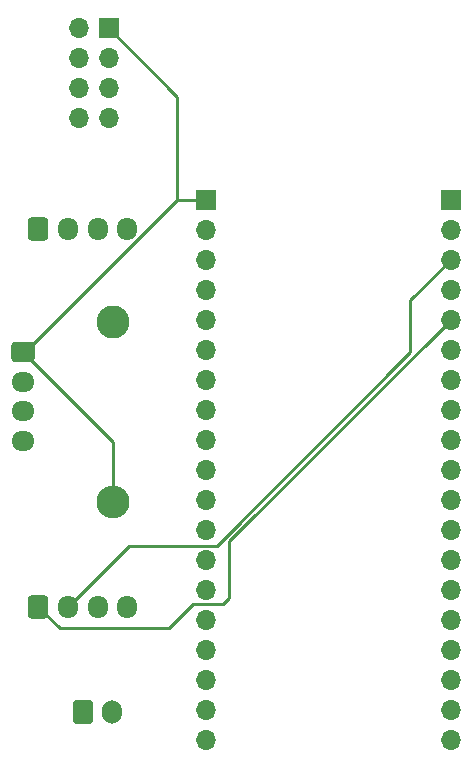
<source format=gbr>
%TF.GenerationSoftware,KiCad,Pcbnew,(6.0.2)*%
%TF.CreationDate,2022-03-02T22:32:20-08:00*%
%TF.ProjectId,node,6e6f6465-2e6b-4696-9361-645f70636258,rev?*%
%TF.SameCoordinates,Original*%
%TF.FileFunction,Copper,L1,Top*%
%TF.FilePolarity,Positive*%
%FSLAX46Y46*%
G04 Gerber Fmt 4.6, Leading zero omitted, Abs format (unit mm)*
G04 Created by KiCad (PCBNEW (6.0.2)) date 2022-03-02 22:32:20*
%MOMM*%
%LPD*%
G01*
G04 APERTURE LIST*
G04 Aperture macros list*
%AMRoundRect*
0 Rectangle with rounded corners*
0 $1 Rounding radius*
0 $2 $3 $4 $5 $6 $7 $8 $9 X,Y pos of 4 corners*
0 Add a 4 corners polygon primitive as box body*
4,1,4,$2,$3,$4,$5,$6,$7,$8,$9,$2,$3,0*
0 Add four circle primitives for the rounded corners*
1,1,$1+$1,$2,$3*
1,1,$1+$1,$4,$5*
1,1,$1+$1,$6,$7*
1,1,$1+$1,$8,$9*
0 Add four rect primitives between the rounded corners*
20,1,$1+$1,$2,$3,$4,$5,0*
20,1,$1+$1,$4,$5,$6,$7,0*
20,1,$1+$1,$6,$7,$8,$9,0*
20,1,$1+$1,$8,$9,$2,$3,0*%
G04 Aperture macros list end*
%TA.AperFunction,ComponentPad*%
%ADD10O,1.700000X1.700000*%
%TD*%
%TA.AperFunction,ComponentPad*%
%ADD11R,1.700000X1.700000*%
%TD*%
%TA.AperFunction,ComponentPad*%
%ADD12RoundRect,0.250000X-0.600000X-0.725000X0.600000X-0.725000X0.600000X0.725000X-0.600000X0.725000X0*%
%TD*%
%TA.AperFunction,ComponentPad*%
%ADD13O,1.700000X1.950000*%
%TD*%
%TA.AperFunction,ComponentPad*%
%ADD14C,2.800000*%
%TD*%
%TA.AperFunction,ComponentPad*%
%ADD15O,2.800000X2.800000*%
%TD*%
%TA.AperFunction,ComponentPad*%
%ADD16O,1.700000X2.000000*%
%TD*%
%TA.AperFunction,ComponentPad*%
%ADD17RoundRect,0.250000X-0.600000X-0.750000X0.600000X-0.750000X0.600000X0.750000X-0.600000X0.750000X0*%
%TD*%
%TA.AperFunction,ComponentPad*%
%ADD18RoundRect,0.250000X-0.725000X0.600000X-0.725000X-0.600000X0.725000X-0.600000X0.725000X0.600000X0*%
%TD*%
%TA.AperFunction,ComponentPad*%
%ADD19O,1.950000X1.700000*%
%TD*%
%TA.AperFunction,Conductor*%
%ADD20C,0.250000*%
%TD*%
G04 APERTURE END LIST*
D10*
%TO.P,J6,2,Pin_8*%
%TO.N,Net-(J8-Pad7)*%
X52290000Y-46230000D03*
%TO.P,J6,1,Pin_7*%
%TO.N,unconnected-(J6-Pad1)*%
X54830000Y-46230000D03*
%TO.P,J6,4,Pin_6*%
%TO.N,Net-(J8-Pad8)*%
X52290000Y-43690000D03*
%TO.P,J6,3,Pin_5*%
%TO.N,Net-(J8-Pad2)*%
X54830000Y-43690000D03*
%TO.P,J6,6,Pin_4*%
%TO.N,Net-(J5-Pad8)*%
X52290000Y-41150000D03*
%TO.P,J6,5,Pin_3*%
%TO.N,Net-(J5-Pad9)*%
X54830000Y-41150000D03*
%TO.P,J6,8,Pin_2*%
%TO.N,GND*%
X52290000Y-38610000D03*
D11*
%TO.P,J6,7,Pin_1*%
%TO.N,/3.3V*%
X54830000Y-38610000D03*
%TD*%
D12*
%TO.P,J1,1,Pin_1*%
%TO.N,GND*%
X48874583Y-55587500D03*
D13*
%TO.P,J1,2,Pin_2*%
%TO.N,Net-(J1-Pad2)*%
X51374583Y-55587500D03*
%TO.P,J1,3,Pin_3*%
%TO.N,GND*%
X53874583Y-55587500D03*
%TO.P,J1,4,Pin_4*%
%TO.N,Net-(J1-Pad4)*%
X56374583Y-55587500D03*
%TD*%
D14*
%TO.P,R1,1*%
%TO.N,Net-(J2-Pad3)*%
X55164583Y-63507500D03*
D15*
%TO.P,R1,2*%
%TO.N,/3.3V*%
X55164583Y-78747500D03*
%TD*%
D11*
%TO.P,J8,1,Pin_1*%
%TO.N,unconnected-(J8-Pad1)*%
X83765418Y-53127500D03*
D10*
%TO.P,J8,2,Pin_2*%
%TO.N,Net-(J8-Pad2)*%
X83765418Y-55667500D03*
%TO.P,J8,3,Pin_3*%
%TO.N,Net-(J3-Pad2)*%
X83765418Y-58207500D03*
%TO.P,J8,4,Pin_4*%
%TO.N,unconnected-(J8-Pad4)*%
X83765418Y-60747500D03*
%TO.P,J8,5,Pin_5*%
%TO.N,Net-(J3-Pad1)*%
X83765418Y-63287500D03*
%TO.P,J8,6,Pin_6*%
%TO.N,unconnected-(J8-Pad6)*%
X83765418Y-65827500D03*
%TO.P,J8,7,Pin_7*%
%TO.N,Net-(J8-Pad7)*%
X83765418Y-68367500D03*
%TO.P,J8,8,Pin_8*%
%TO.N,Net-(J8-Pad8)*%
X83765418Y-70907500D03*
%TO.P,J8,9,Pin_9*%
%TO.N,unconnected-(J8-Pad9)*%
X83765418Y-73447500D03*
%TO.P,J8,10,Pin_10*%
%TO.N,unconnected-(J8-Pad10)*%
X83765418Y-75987500D03*
%TO.P,J8,11,Pin_11*%
%TO.N,unconnected-(J8-Pad11)*%
X83765418Y-78527500D03*
%TO.P,J8,12,Pin_12*%
%TO.N,unconnected-(J8-Pad12)*%
X83765418Y-81067500D03*
%TO.P,J8,13,Pin_13*%
%TO.N,unconnected-(J8-Pad13)*%
X83765418Y-83607500D03*
%TO.P,J8,14,Pin_14*%
%TO.N,unconnected-(J8-Pad14)*%
X83765418Y-86147500D03*
%TO.P,J8,15,Pin_15*%
%TO.N,unconnected-(J8-Pad15)*%
X83765418Y-88687500D03*
%TO.P,J8,16,Pin_16*%
%TO.N,unconnected-(J8-Pad16)*%
X83765418Y-91227500D03*
%TO.P,J8,17,Pin_17*%
%TO.N,unconnected-(J8-Pad17)*%
X83765418Y-93767500D03*
%TO.P,J8,18,Pin_18*%
%TO.N,unconnected-(J8-Pad18)*%
X83765418Y-96307500D03*
%TO.P,J8,19,Pin_19*%
%TO.N,unconnected-(J8-Pad19)*%
X83765418Y-98847500D03*
%TD*%
D11*
%TO.P,J5,1,Pin_1*%
%TO.N,/3.3V*%
X63085418Y-53127500D03*
D10*
%TO.P,J5,2,Pin_2*%
%TO.N,unconnected-(J5-Pad2)*%
X63085418Y-55667500D03*
%TO.P,J5,3,Pin_3*%
%TO.N,Net-(J1-Pad2)*%
X63085418Y-58207500D03*
%TO.P,J5,4,Pin_4*%
%TO.N,unconnected-(J5-Pad4)*%
X63085418Y-60747500D03*
%TO.P,J5,5,Pin_5*%
%TO.N,Net-(J1-Pad4)*%
X63085418Y-63287500D03*
%TO.P,J5,6,Pin_6*%
%TO.N,unconnected-(J5-Pad6)*%
X63085418Y-65827500D03*
%TO.P,J5,7,Pin_7*%
%TO.N,Net-(J2-Pad3)*%
X63085418Y-68367500D03*
%TO.P,J5,8,Pin_8*%
%TO.N,Net-(J5-Pad8)*%
X63085418Y-70907500D03*
%TO.P,J5,9,Pin_9*%
%TO.N,Net-(J5-Pad9)*%
X63085418Y-73447500D03*
%TO.P,J5,10,Pin_10*%
%TO.N,unconnected-(J5-Pad10)*%
X63085418Y-75987500D03*
%TO.P,J5,11,Pin_11*%
%TO.N,unconnected-(J5-Pad11)*%
X63085418Y-78527500D03*
%TO.P,J5,12,Pin_12*%
%TO.N,unconnected-(J5-Pad12)*%
X63085418Y-81067500D03*
%TO.P,J5,13,Pin_13*%
%TO.N,unconnected-(J5-Pad13)*%
X63085418Y-83607500D03*
%TO.P,J5,14,Pin_14*%
%TO.N,GND*%
X63085418Y-86147500D03*
%TO.P,J5,15,Pin_15*%
%TO.N,unconnected-(J5-Pad15)*%
X63085418Y-88687500D03*
%TO.P,J5,16,Pin_16*%
%TO.N,unconnected-(J5-Pad16)*%
X63085418Y-91227500D03*
%TO.P,J5,17,Pin_17*%
%TO.N,unconnected-(J5-Pad17)*%
X63085418Y-93767500D03*
%TO.P,J5,18,Pin_18*%
%TO.N,unconnected-(J5-Pad18)*%
X63085418Y-96307500D03*
%TO.P,J5,19,Pin_19*%
%TO.N,Net-(J4-Pad1)*%
X63085418Y-98847500D03*
%TD*%
D16*
%TO.P,J4,2,Pin_2*%
%TO.N,GND*%
X55124583Y-96527500D03*
D17*
%TO.P,J4,1,Pin_1*%
%TO.N,Net-(J4-Pad1)*%
X52624583Y-96527500D03*
%TD*%
D12*
%TO.P,J3,1,Pin_1*%
%TO.N,Net-(J3-Pad1)*%
X48874583Y-87577500D03*
D13*
%TO.P,J3,2,Pin_2*%
%TO.N,Net-(J3-Pad2)*%
X51374583Y-87577500D03*
%TO.P,J3,3,Pin_3*%
%TO.N,GND*%
X53874583Y-87577500D03*
%TO.P,J3,4,Pin_4*%
%TO.N,/3.3V*%
X56374583Y-87577500D03*
%TD*%
D18*
%TO.P,J2,1,Pin_1*%
%TO.N,/3.3V*%
X47544583Y-66047500D03*
D19*
%TO.P,J2,2,Pin_2*%
%TO.N,GND*%
X47544583Y-68547500D03*
%TO.P,J2,3,Pin_3*%
%TO.N,Net-(J2-Pad3)*%
X47544583Y-71047500D03*
%TO.P,J2,4,Pin_4*%
%TO.N,unconnected-(J2-Pad4)*%
X47544583Y-73547500D03*
%TD*%
D20*
%TO.N,/3.3V*%
X60632500Y-44412500D02*
X54830000Y-38610000D01*
X60632500Y-53127500D02*
X60632500Y-44412500D01*
X63085418Y-53127500D02*
X60632500Y-53127500D01*
X47712500Y-66047500D02*
X60632500Y-53127500D01*
X47544583Y-66047500D02*
X47712500Y-66047500D01*
X55164583Y-73667500D02*
X55164583Y-78747500D01*
X47544583Y-66047500D02*
X55164583Y-73667500D01*
%TO.N,Net-(J3-Pad2)*%
X63984212Y-82432989D02*
X80366459Y-66050742D01*
X51374583Y-87577500D02*
X56519094Y-82432989D01*
X56519094Y-82432989D02*
X63984212Y-82432989D01*
X80366459Y-66050742D02*
X80366459Y-61606459D01*
X83765418Y-58207500D02*
X80366459Y-61606459D01*
%TO.N,Net-(J3-Pad1)*%
X50707083Y-89410000D02*
X48874583Y-87577500D01*
X59910000Y-89410000D02*
X50707083Y-89410000D01*
X61997989Y-87322011D02*
X59910000Y-89410000D01*
X64537989Y-87322011D02*
X61997989Y-87322011D01*
X64990000Y-86870000D02*
X64537989Y-87322011D01*
X64990000Y-82062918D02*
X64990000Y-86870000D01*
X83765418Y-63287500D02*
X64990000Y-82062918D01*
%TD*%
M02*

</source>
